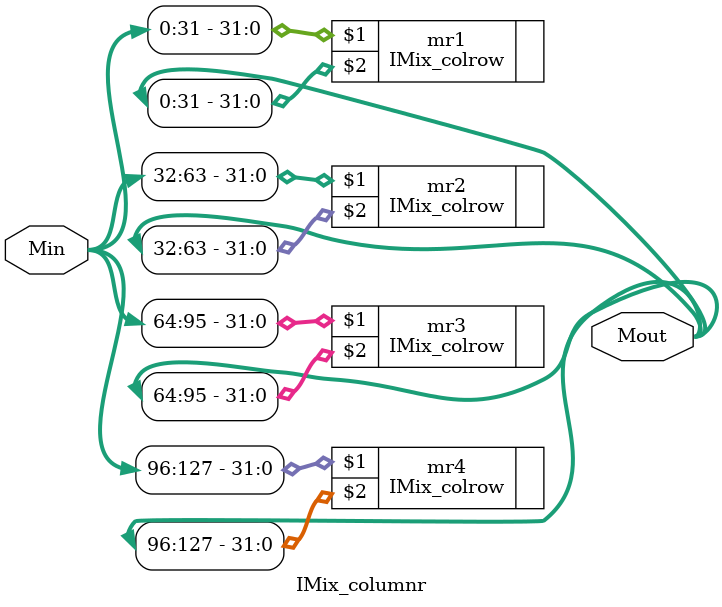
<source format=v>
module IMix_columnr (Min, Mout);

input  [0:127] Min;
output [0:127] Mout;

IMix_colrow mr1 (Min[0:31], Mout[0:31]);
IMix_colrow mr2 (Min[32:63], Mout[32:63]);
IMix_colrow mr3 (Min[64:95], Mout[64:95]);
IMix_colrow mr4 (Min[96:127], Mout[96:127]);

endmodule


</source>
